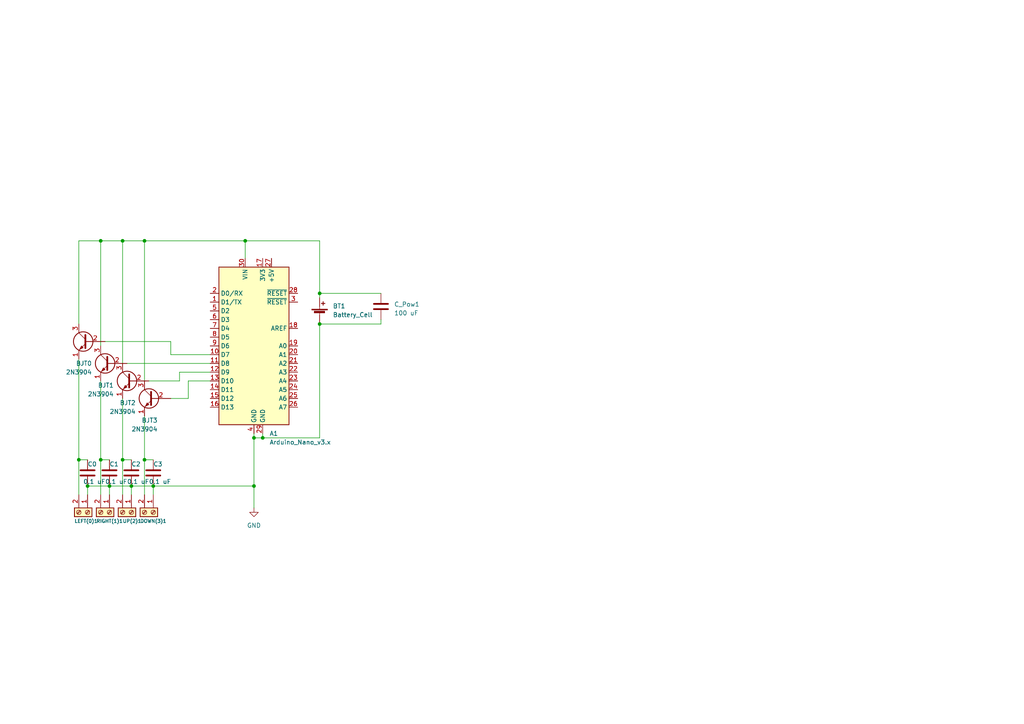
<source format=kicad_sch>
(kicad_sch (version 20230121) (generator eeschema)
  (paper "A4")
  (title_block (title "VR-Better") (date "2023-05-07"))
  (lib_symbols
    (symbol "Connector:Screw_Terminal_01x02" (pin_names (offset 1.016) hide)
      (property "Reference" "J" (at 0 2.54 0))
      (property "Value" "Screw_Terminal_01x02" (at 0 -5.08 0))
      (symbol "Screw_Terminal_01x02_1_1"
        (rectangle (start -1.27 1.27) (end 1.27 -3.81) (stroke (width 0.254)) (fill (type background)))
        (circle (center 0 -2.54) (radius 0.635) (stroke (width 0.1524)))
        (polyline (pts (xy -0.5334 -2.2098) (xy 0.3302 -3.048)) (stroke (width 0.1524)))
        (polyline (pts (xy -0.5334 0.3302) (xy 0.3302 -0.508)) (stroke (width 0.1524)))
        (polyline (pts (xy -0.3556 -2.032) (xy 0.508 -2.8702)) (stroke (width 0.1524)))
        (polyline (pts (xy -0.3556 0.508) (xy 0.508 -0.3302)) (stroke (width 0.1524)))
        (circle (center 0 0) (radius 0.635) (stroke (width 0.1524)))
        (pin passive line (at -5.08 0 0) (length 3.81) (name "Pin_1") (number "1"))
        (pin passive line (at -5.08 -2.54 0) (length 3.81) (name "Pin_2") (number "2"))
      )
    )
    (symbol "Device:Battery_Cell" (pin_numbers hide) (pin_names (offset 0) hide)
      (property "Reference" "BT" (at 2.54 2.54 0))
      (property "Value" "Battery_Cell" (at 2.54 0 0))
      (symbol "Battery_Cell_0_1"
        (rectangle (start -2.286 1.778) (end 2.286 1.524) (fill (type outline)))
        (rectangle (start -1.5748 1.1938) (end 1.4732 0.6858) (fill (type outline)))
        (polyline (pts (xy 0 0.762) (xy 0 0)))
        (polyline (pts (xy 0 1.778) (xy 0 2.54)))
        (polyline (pts (xy 0.508 3.429) (xy 1.524 3.429)) (stroke (width 0.254)))
        (polyline (pts (xy 1.016 3.937) (xy 1.016 2.921)) (stroke (width 0.254)))
      )
      (symbol "Battery_Cell_1_1"
        (pin passive line (at 0 5.08 270) (length 2.54) (name "+") (number "1"))
        (pin passive line (at 0 -2.54 90) (length 2.54) (name "-") (number "2"))
      )
    )
    (symbol "Device:C" (pin_numbers hide) (pin_names (offset 0.254))
      (property "Reference" "C" (at 0.635 2.54 0))
      (property "Value" "C" (at 0.635 -2.54 0))
      (symbol "C_0_1"
        (polyline (pts (xy -2.032 -0.762) (xy 2.032 -0.762)) (stroke (width 0.508)))
        (polyline (pts (xy -2.032 0.762) (xy 2.032 0.762)) (stroke (width 0.508)))
      )
      (symbol "C_1_1"
        (pin passive line (at 0 3.81 270) (length 2.794) (name "~") (number "1"))
        (pin passive line (at 0 -3.81 90) (length 2.794) (name "~") (number "2"))
      )
    )
    (symbol "MCU_Module:Arduino_Nano_v3.x"
      (property "Reference" "A" (at -10.16 23.495 0))
      (property "Value" "Arduino_Nano_v3.x" (at 5.08 -24.13 0))
      (symbol "Arduino_Nano_v3.x_0_1"
        (rectangle (start -10.16 22.86) (end 10.16 -22.86) (stroke (width 0.254)) (fill (type background)))
      )
      (symbol "Arduino_Nano_v3.x_1_1"
        (pin bidirectional line (at -12.7 12.7 0) (length 2.54) (name "D1/TX") (number "1"))
        (pin bidirectional line (at -12.7 -2.54 0) (length 2.54) (name "D7") (number "10"))
        (pin bidirectional line (at -12.7 -5.08 0) (length 2.54) (name "D8") (number "11"))
        (pin bidirectional line (at -12.7 -7.62 0) (length 2.54) (name "D9") (number "12"))
        (pin bidirectional line (at -12.7 -10.16 0) (length 2.54) (name "D10") (number "13"))
        (pin bidirectional line (at -12.7 -12.7 0) (length 2.54) (name "D11") (number "14"))
        (pin bidirectional line (at -12.7 -15.24 0) (length 2.54) (name "D12") (number "15"))
        (pin bidirectional line (at -12.7 -17.78 0) (length 2.54) (name "D13") (number "16"))
        (pin power_out line (at 2.54 25.4 270) (length 2.54) (name "3V3") (number "17"))
        (pin input line (at 12.7 5.08 180) (length 2.54) (name "AREF") (number "18"))
        (pin bidirectional line (at 12.7 0 180) (length 2.54) (name "A0") (number "19"))
        (pin bidirectional line (at -12.7 15.24 0) (length 2.54) (name "D0/RX") (number "2"))
        (pin bidirectional line (at 12.7 -2.54 180) (length 2.54) (name "A1") (number "20"))
        (pin bidirectional line (at 12.7 -5.08 180) (length 2.54) (name "A2") (number "21"))
        (pin bidirectional line (at 12.7 -7.62 180) (length 2.54) (name "A3") (number "22"))
        (pin bidirectional line (at 12.7 -10.16 180) (length 2.54) (name "A4") (number "23"))
        (pin bidirectional line (at 12.7 -12.7 180) (length 2.54) (name "A5") (number "24"))
        (pin bidirectional line (at 12.7 -15.24 180) (length 2.54) (name "A6") (number "25"))
        (pin bidirectional line (at 12.7 -17.78 180) (length 2.54) (name "A7") (number "26"))
        (pin power_out line (at 5.08 25.4 270) (length 2.54) (name "+5V") (number "27"))
        (pin input line (at 12.7 15.24 180) (length 2.54) (name "~{RESET}") (number "28"))
        (pin power_in line (at 2.54 -25.4 90) (length 2.54) (name "GND") (number "29"))
        (pin input line (at 12.7 12.7 180) (length 2.54) (name "~{RESET}") (number "3"))
        (pin power_in line (at -2.54 25.4 270) (length 2.54) (name "VIN") (number "30"))
        (pin power_in line (at 0 -25.4 90) (length 2.54) (name "GND") (number "4"))
        (pin bidirectional line (at -12.7 10.16 0) (length 2.54) (name "D2") (number "5"))
        (pin bidirectional line (at -12.7 7.62 0) (length 2.54) (name "D3") (number "6"))
        (pin bidirectional line (at -12.7 5.08 0) (length 2.54) (name "D4") (number "7"))
        (pin bidirectional line (at -12.7 2.54 0) (length 2.54) (name "D5") (number "8"))
        (pin bidirectional line (at -12.7 0 0) (length 2.54) (name "D6") (number "9"))
      )
    )
    (symbol "Transistor_BJT:2N3904" (pin_names (offset 0) hide)
      (property "Reference" "Q" (at 5.08 1.905 0))
      (property "Value" "2N3904" (at 5.08 0 0))
      (symbol "2N3904_0_1"
        (polyline (pts (xy 0.635 0.635) (xy 2.54 2.54)))
        (polyline (pts (xy 0.635 -0.635) (xy 2.54 -2.54) (xy 2.54 -2.54)))
        (polyline (pts (xy 0.635 1.905) (xy 0.635 -1.905) (xy 0.635 -1.905)) (stroke (width 0.508)))
        (polyline (pts (xy 1.27 -1.778) (xy 1.778 -1.27) (xy 2.286 -2.286) (xy 1.27 -1.778) (xy 1.27 -1.778)) (fill (type outline)))
        (circle (center 1.27 0) (radius 2.8194) (stroke (width 0.254)))
      )
      (symbol "2N3904_1_1"
        (pin passive line (at 2.54 -5.08 90) (length 2.54) (name "E") (number "1"))
        (pin passive line (at -5.08 0 0) (length 5.715) (name "B") (number "2"))
        (pin passive line (at 2.54 5.08 270) (length 2.54) (name "C") (number "3"))
      )
    )
    (symbol "power:GND" (power) (pin_names (offset 0))
      (property "Value" "GND" (at 0 -3.81 0))
      (symbol "GND_0_1"
        (polyline (pts (xy 0 0) (xy 0 -1.27) (xy 1.27 -1.27) (xy 0 -2.54) (xy -1.27 -1.27) (xy 0 -1.27)))
      )
      (symbol "GND_1_1"
        (pin power_in line (at 0 0 270) (length 0) hide (name "GND") (number "1"))
      )
    )
  )
  (junction (at 29.21 133.35))
  (junction (at 38.1 140.97))
  (junction (at 41.91 133.35))
  (junction (at 22.86 133.35))
  (junction (at 25.4 140.97))
  (junction (at 92.71 93.98))
  (junction (at 41.91 69.85))
  (junction (at 35.56 69.85))
  (junction (at 44.45 140.97))
  (junction (at 71.12 69.85))
  (junction (at 29.21 69.85))
  (junction (at 76.2 127))
  (junction (at 31.75 140.97))
  (junction (at 92.71 85.09))
  (junction (at 35.56 133.35))
  (junction (at 73.66 140.97))
  (junction (at 73.66 127))
  (wire (pts (xy 22.86 133.35) (xy 25.4 133.35)))
  (wire (pts (xy 25.4 143.51) (xy 25.4 140.97)))
  (wire (pts (xy 110.49 93.98) (xy 110.49 92.71)))
  (wire (pts (xy 110.49 85.09) (xy 92.71 85.09)))
  (wire (pts (xy 92.71 85.09) (xy 92.71 86.36)))
  (wire (pts (xy 22.86 133.35) (xy 22.86 143.51)))
  (wire (pts (xy 38.1 143.51) (xy 38.1 140.97)))
  (wire (pts (xy 54.61 115.57) (xy 49.53 115.57)))
  (wire (pts (xy 22.86 69.85) (xy 29.21 69.85)))
  (wire (pts (xy 41.91 69.85) (xy 71.12 69.85)))
  (wire (pts (xy 29.21 133.35) (xy 31.75 133.35)))
  (wire (pts (xy 76.2 127) (xy 73.66 127)))
  (wire (pts (xy 29.21 133.35) (xy 29.21 143.51)))
  (wire (pts (xy 44.45 140.97) (xy 73.66 140.97)))
  (wire (pts (xy 35.56 69.85) (xy 35.56 105.41)))
  (wire (pts (xy 54.61 110.49) (xy 54.61 115.57)))
  (wire (pts (xy 71.12 69.85) (xy 92.71 69.85)))
  (wire (pts (xy 44.45 140.97) (xy 44.45 143.51)))
  (wire (pts (xy 36.83 105.41) (xy 60.96 105.41)))
  (wire (pts (xy 38.1 140.97) (xy 44.45 140.97)))
  (wire (pts (xy 35.56 69.85) (xy 41.91 69.85)))
  (wire (pts (xy 22.86 104.14) (xy 22.86 133.35)))
  (wire (pts (xy 76.2 125.73) (xy 76.2 127)))
  (wire (pts (xy 41.91 133.35) (xy 44.45 133.35)))
  (wire (pts (xy 22.86 93.98) (xy 22.86 69.85)))
  (wire (pts (xy 73.66 127) (xy 73.66 140.97)))
  (wire (pts (xy 71.12 74.93) (xy 71.12 69.85)))
  (wire (pts (xy 43.18 110.49) (xy 52.07 110.49)))
  (wire (pts (xy 29.21 100.33) (xy 29.21 69.85)))
  (wire (pts (xy 31.75 143.51) (xy 31.75 140.97)))
  (wire (pts (xy 52.07 107.95) (xy 60.96 107.95)))
  (wire (pts (xy 35.56 133.35) (xy 38.1 133.35)))
  (wire (pts (xy 35.56 115.57) (xy 35.56 133.35)))
  (wire (pts (xy 41.91 120.65) (xy 41.91 133.35)))
  (wire (pts (xy 54.61 110.49) (xy 60.96 110.49)))
  (wire (pts (xy 49.53 102.87) (xy 60.96 102.87)))
  (wire (pts (xy 29.21 69.85) (xy 35.56 69.85)))
  (wire (pts (xy 76.2 127) (xy 92.71 127)))
  (wire (pts (xy 73.66 140.97) (xy 73.66 147.32)))
  (wire (pts (xy 30.48 99.06) (xy 49.53 99.06)))
  (wire (pts (xy 110.49 93.98) (xy 92.71 93.98)))
  (wire (pts (xy 52.07 110.49) (xy 52.07 107.95)))
  (wire (pts (xy 73.66 125.73) (xy 73.66 127)))
  (wire (pts (xy 29.21 110.49) (xy 29.21 133.35)))
  (wire (pts (xy 35.56 133.35) (xy 35.56 143.51)))
  (wire (pts (xy 41.91 133.35) (xy 41.91 143.51)))
  (wire (pts (xy 92.71 69.85) (xy 92.71 85.09)))
  (wire (pts (xy 49.53 99.06) (xy 49.53 102.87)))
  (wire (pts (xy 41.91 110.49) (xy 41.91 69.85)))
  (wire (pts (xy 25.4 140.97) (xy 31.75 140.97)))
  (wire (pts (xy 92.71 93.98) (xy 92.71 127)))
  (wire (pts (xy 31.75 140.97) (xy 38.1 140.97)))
  (symbol (lib_id "Device:C") (at 38.1 137.16 0) (unit 1)
    (property "Reference" "C2" (at 38.1 134.62 0) (effects (justify left)))
    (property "Value" "0.1 uF" (at 36.83 139.7 0) (effects (justify left)))
    (property "Footprint" "Capacitor_THT:C_Disc_D3.0mm_W2.0mm_P2.50mm" (effects hide))
  )
  (symbol (lib_id "Connector:Screw_Terminal_01x02") (at 44.45 148.59 270) (unit 1)
    (property "Reference" "DOWN(3)1" (at 40.64 151.13 90) (effects (font (size 1 1)) (justify left)))
    (property "Value" "Screw_Terminal_01x02" (effects hide))
    (property "Footprint" "TerminalBlock:TerminalBlock_Altech_AK300-2_P5.00mm" (effects hide))
  )
  (symbol (lib_id "Connector:Screw_Terminal_01x02") (at 31.75 148.59 270) (unit 1)
    (property "Reference" "RIGHT(1)1" (at 27.94 151.13 90) (effects (font (size 1 1)) (justify left)))
    (property "Value" "Screw_Terminal_01x02" (effects hide))
    (property "Footprint" "TerminalBlock:TerminalBlock_Altech_AK300-2_P5.00mm" (effects hide))
  )
  (symbol (lib_id "Device:C") (at 44.45 137.16 0) (unit 1)
    (property "Reference" "C3" (at 44.45 134.62 0) (effects (justify left)))
    (property "Value" "0.1 uF" (at 43.18 139.7 0) (effects (justify left)))
    (property "Footprint" "Capacitor_THT:C_Disc_D3.0mm_W2.0mm_P2.50mm" (effects hide))
  )
  (symbol (lib_id "Device:C") (at 25.4 137.16 0) (unit 1)
    (property "Reference" "C0" (at 25.4 134.62 0) (effects (justify left)))
    (property "Value" "0.1 uF" (at 24.13 139.7 0) (effects (justify left)))
    (property "Footprint" "Capacitor_THT:C_Disc_D3.0mm_W2.0mm_P2.50mm" (effects hide))
  )
  (symbol (lib_id "Device:Battery_Cell") (at 92.71 91.44 0) (unit 1)
    (property "Reference" "BT1" (at 96.52 88.773 0) (effects (justify left)))
    (property "Value" "Battery_Cell" (at 96.52 91.313 0) (effects (justify left)))
    (property "Footprint" "Battery:BatteryHolder_Keystone_1060_1x2032" (effects hide))
  )
  (symbol (lib_id "Transistor_BJT:2N3904") (at 31.75 105.41 0) (mirror y) (unit 1)
    (property "Reference" "BJT1" (at 33.02 111.76 0) (effects (justify left)))
    (property "Value" "2N3904" (at 33.02 114.3 0) (effects (justify left)))
    (property "Footprint" "Package_TO_SOT_THT:TO-92_Inline" (effects hide))
    (property "Datasheet" "https://www.onsemi.com/pub/Collateral/2N3903-D.PDF" (effects hide))
  )
  (symbol (lib_id "Device:C") (at 31.75 137.16 0) (unit 1)
    (property "Reference" "C1" (at 31.75 134.62 0) (effects (justify left)))
    (property "Value" "0.1 uF" (at 30.48 139.7 0) (effects (justify left)))
    (property "Footprint" "Capacitor_THT:C_Disc_D3.0mm_W2.0mm_P2.50mm" (effects hide))
  )
  (symbol (lib_id "Device:C") (at 110.49 88.9 0) (unit 1)
    (property "Reference" "C_Pow1" (at 114.3 88.265 0) (effects (justify left)))
    (property "Value" "100 uF" (at 114.3 90.805 0) (effects (justify left)))
    (property "Footprint" "Capacitor_THT:CP_Radial_D5.0mm_P2.00mm" (effects hide))
  )
  (symbol (lib_id "MCU_Module:Arduino_Nano_v3.x") (at 73.66 100.33 0) (unit 1)
    (property "Reference" "A1" (at 78.1559 125.73 0) (effects (justify left)))
    (property "Value" "Arduino_Nano_v3.x" (at 78.1559 128.27 0) (effects (justify left)))
    (property "Footprint" "Module:Arduino_Nano" (effects hide))
    (property "Datasheet" "http://www.mouser.com/pdfdocs/Gravitech_Arduino_Nano3_0.pdf" (effects hide))
  )
  (symbol (lib_id "Connector:Screw_Terminal_01x02") (at 25.4 148.59 270) (unit 1)
    (property "Reference" "LEFT(0)1" (at 21.59 151.13 90) (effects (font (size 1 1)) (justify left)))
    (property "Value" "Screw_Terminal_01x02" (effects hide))
    (property "Footprint" "TerminalBlock:TerminalBlock_Altech_AK300-2_P5.00mm" (effects hide))
  )
  (symbol (lib_id "Transistor_BJT:2N3904") (at 44.45 115.57 0) (mirror y) (unit 1)
    (property "Reference" "BJT3" (at 45.72 121.92 0) (effects (justify left)))
    (property "Value" "2N3904" (at 45.72 124.46 0) (effects (justify left)))
    (property "Footprint" "Package_TO_SOT_THT:TO-92_Inline" (effects hide))
    (property "Datasheet" "https://www.onsemi.com/pub/Collateral/2N3903-D.PDF" (effects hide))
  )
  (symbol (lib_id "Transistor_BJT:2N3904") (at 38.1 110.49 0) (mirror y) (unit 1)
    (property "Reference" "BJT2" (at 39.37 116.84 0) (effects (justify left)))
    (property "Value" "2N3904" (at 39.37 119.38 0) (effects (justify left)))
    (property "Footprint" "Package_TO_SOT_THT:TO-92_Inline" (effects hide))
    (property "Datasheet" "https://www.onsemi.com/pub/Collateral/2N3903-D.PDF" (effects hide))
  )
  (symbol (lib_id "Transistor_BJT:2N3904") (at 25.4 99.06 0) (mirror y) (unit 1)
    (property "Reference" "BJT0" (at 26.67 105.41 0) (effects (justify left)))
    (property "Value" "2N3904" (at 26.67 107.95 0) (effects (justify left)))
    (property "Footprint" "Package_TO_SOT_THT:TO-92_Inline" (effects hide))
    (property "Datasheet" "https://www.onsemi.com/pub/Collateral/2N3903-D.PDF" (effects hide))
  )
  (symbol (lib_id "power:GND") (at 73.66 147.32 0) (unit 1)
    (property "Reference" "#PWR01" (effects hide))
    (property "Value" "GND" (at 73.66 152.4 0))
  )
  (symbol (lib_id "Connector:Screw_Terminal_01x02") (at 38.1 148.59 270) (unit 1)
    (property "Reference" "UP(2)1" (at 35.56 151.13 90) (effects (font (size 1 1)) (justify left)))
    (property "Value" "Screw_Terminal_01x02" (effects hide))
    (property "Footprint" "TerminalBlock:TerminalBlock_Altech_AK300-2_P5.00mm" (effects hide))
  )
)
</source>
